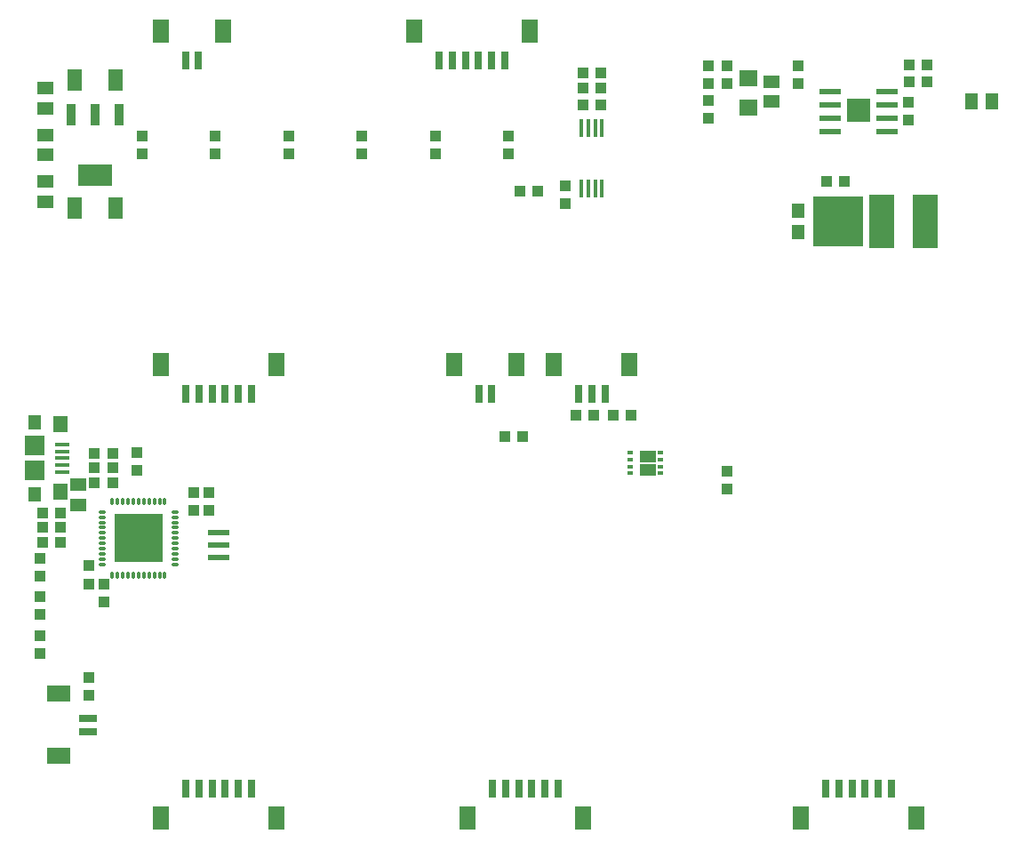
<source format=gbp>
G04 DipTrace 3.0.0.1*
G04 panel2.GBP*
%MOIN*%
G04 #@! TF.FileFunction,Paste,Bot*
G04 #@! TF.Part,Single*
%ADD72R,0.090351X0.090351*%
%ADD74R,0.09232X0.200587*%
%ADD80R,0.185627X0.188776*%
%ADD82R,0.0498X0.054918*%
%ADD84R,0.050981X0.058855*%
%ADD86R,0.070666X0.062792*%
%ADD88R,0.07854X0.023422*%
%ADD92R,0.127753X0.084446*%
%ADD94R,0.037202X0.084446*%
%ADD96R,0.015548X0.070666*%
%ADD104R,0.074603X0.074603*%
%ADD106R,0.050981X0.056887*%
%ADD108R,0.054918X0.062792*%
%ADD110R,0.05295X0.015548*%
%ADD112R,0.086414X0.062792*%
%ADD114R,0.070666X0.027359*%
%ADD116R,0.062792X0.086414*%
%ADD118R,0.027359X0.070666*%
%ADD124R,0.054918X0.082477*%
%ADD126R,0.058855X0.050981*%
%ADD128R,0.043107X0.03917*%
%ADD130R,0.03917X0.043107*%
%ADD132R,0.1798X0.1798*%
%ADD134O,0.033265X0.011611*%
%ADD136O,0.011611X0.033265*%
%FSLAX26Y26*%
G04*
G70*
G90*
G75*
G01*
G04 BotPaste*
%LPD*%
D136*
X745589Y1731810D3*
X765275D3*
X784960D3*
X804645D3*
X824330D3*
X844015D3*
X863700D3*
X883385D3*
X903070D3*
X922755D3*
X942440D3*
D134*
X981810Y1692440D3*
Y1672755D3*
Y1653070D3*
Y1633385D3*
Y1613700D3*
Y1594015D3*
Y1574330D3*
Y1554645D3*
Y1534960D3*
Y1515275D3*
Y1495589D3*
D136*
X942440Y1456219D3*
X922755D3*
X903070D3*
X883385D3*
X863700D3*
X844015D3*
X824330D3*
X804645D3*
X784960D3*
X765275D3*
X745589D3*
D134*
X706219Y1495589D3*
Y1515275D3*
Y1534960D3*
Y1554645D3*
Y1574330D3*
Y1594015D3*
Y1613700D3*
Y1633385D3*
Y1653070D3*
Y1672755D3*
Y1692440D3*
D132*
X844015Y1594015D3*
D130*
X837813Y1848206D3*
Y1915135D3*
X1050334Y1698192D3*
Y1765121D3*
D128*
X746263Y1800412D3*
X679334D3*
D130*
X1406689Y3035306D3*
Y3102235D3*
X856688Y3035306D3*
Y3102235D3*
X656544Y1490092D3*
Y1423163D3*
X1131689Y3035306D3*
Y3102235D3*
X3050546Y1846380D3*
Y1779450D3*
X1681689Y3035306D3*
Y3102235D3*
X2444189Y2914735D3*
Y2847806D3*
X1956689Y3035306D3*
Y3102235D3*
D126*
X494188Y3206369D3*
Y3281172D3*
Y2931172D3*
Y2856369D3*
D130*
X2231689Y3035306D3*
Y3102235D3*
D124*
X604919Y3312520D3*
X758457D3*
X604919Y2831271D3*
X758457D3*
D126*
X619038Y1794163D3*
Y1719360D3*
X494188Y3106172D3*
Y3031369D3*
D118*
X1019582Y3383534D3*
X1068794D3*
D116*
X1161314Y3493771D3*
X927062D3*
D118*
X1971158Y3383534D3*
X2020370D3*
D116*
X2309740Y3493771D3*
X1878638D3*
D118*
X2069583Y3383534D3*
X2118796D3*
X2168008D3*
X2217221D3*
X1267049Y654254D3*
X1217836D3*
D116*
X928466Y544017D3*
X1359568D3*
D118*
X1168624Y654254D3*
X1119411D3*
X1070198D3*
X1020986D3*
X3667047D3*
X3617835D3*
D116*
X3328465Y544017D3*
X3759567D3*
D118*
X3568622Y654254D3*
X3519410D3*
X3470197D3*
X3420985D3*
X2417047D3*
X2367835D3*
D116*
X2078465Y544017D3*
X2509567D3*
D118*
X2318622Y654254D3*
X2269410D3*
X2220197D3*
X2170985D3*
X1020986Y2133780D3*
X1070198D3*
D116*
X1359568Y2244016D3*
X928466D3*
D118*
X1119411Y2133780D3*
X1168624D3*
X1217836D3*
X1267049D3*
D114*
X654251Y869411D3*
Y918624D3*
D112*
X544015Y1011143D3*
Y776891D3*
D118*
X2119410Y2133780D3*
X2168622D3*
D116*
X2261142Y2244016D3*
X2026890D3*
D118*
X2494803Y2133780D3*
X2544016D3*
D116*
X2685748Y2244016D3*
X2402284D3*
D118*
X2593229Y2133780D3*
D130*
X475273Y1160635D3*
Y1227565D3*
Y1450377D3*
Y1517306D3*
Y1306612D3*
Y1373541D3*
D110*
X558336Y1842834D3*
Y1868424D3*
Y1894015D3*
Y1919605D3*
Y1945196D3*
D108*
X549478Y1768030D3*
Y2019999D3*
D106*
X453021Y1759172D3*
Y2028857D3*
D104*
Y1846771D3*
Y1941259D3*
G36*
X2809375Y1855980D2*
X2791660D1*
Y1869355D1*
X2809375D1*
Y1855980D1*
G37*
G36*
Y1881563D2*
X2791660D1*
Y1894952D1*
X2809375D1*
Y1881563D1*
G37*
G36*
Y1907160D2*
X2791660D1*
Y1920535D1*
X2809375D1*
Y1907160D1*
G37*
G36*
Y1830382D2*
X2791660D1*
Y1843772D1*
X2809375D1*
Y1830382D1*
G37*
G36*
X2696374D2*
X2678659D1*
Y1843772D1*
X2696374D1*
Y1830382D1*
G37*
G36*
Y1855980D2*
X2678659D1*
Y1869355D1*
X2696374D1*
Y1855980D1*
G37*
G36*
Y1881563D2*
X2678659D1*
Y1894952D1*
X2696374D1*
Y1881563D1*
G37*
G36*
Y1907160D2*
X2678659D1*
Y1920535D1*
X2696374D1*
Y1907160D1*
G37*
G36*
X2725904Y1869953D2*
X2782795D1*
Y1829799D1*
X2725904D1*
Y1869953D1*
G37*
G36*
Y1919952D2*
X2782795D1*
Y1879797D1*
X2725904D1*
Y1919952D1*
G37*
D130*
X656515Y1071233D3*
Y1004303D3*
D128*
X2689982Y2056516D3*
X2623053D3*
X2485553D3*
X2552482D3*
D130*
X712798Y1354404D3*
Y1421334D3*
D128*
X485565Y1687901D3*
X552494D3*
X2283731Y1975265D3*
X2216802D3*
X485565Y1579428D3*
X552494D3*
D130*
X1106589Y1765121D3*
Y1698192D3*
D128*
X485565Y1633856D3*
X552494D3*
X2577654Y3218771D3*
X2510725D3*
Y3337520D3*
X2577654D3*
Y3281271D3*
X2510725D3*
X2273225Y2893772D3*
X2340154D3*
X746263Y1912925D3*
X679334D3*
X746263Y1856670D3*
X679334D3*
D96*
X2505803Y3132944D3*
X2531394D3*
X2556985D3*
X2582575D3*
Y2904597D3*
X2556985D3*
X2531394D3*
X2505803D3*
D94*
X591137Y3182944D3*
X681688D3*
X772239D3*
D92*
X681688Y2954597D3*
D88*
X1144017Y1616256D3*
Y1569012D3*
Y1521768D3*
D128*
X3489981Y2931516D3*
X3423051D3*
D86*
X3131516Y3207649D3*
Y3317885D3*
D126*
X3219016Y3231614D3*
Y3306418D3*
D84*
X4043918Y3231516D3*
X3969114D3*
D130*
X3731516Y3227481D3*
Y3160551D3*
D82*
X3316407Y2822461D3*
Y2740571D3*
D80*
X3466210Y2781516D3*
D74*
X3631074D3*
X3794460D3*
D130*
X2981516Y3364981D3*
Y3298051D3*
X3050267Y3364981D3*
Y3298051D3*
X2981516Y3233731D3*
Y3166802D3*
D128*
X3802481Y3306516D3*
X3735551D3*
Y3369016D3*
X3802481D3*
D130*
X3319016Y3364981D3*
Y3298051D3*
D88*
X3437717Y3119016D3*
Y3169016D3*
Y3219016D3*
Y3269016D3*
X3650315D3*
Y3219016D3*
Y3169016D3*
Y3119016D3*
D72*
X3544016Y3197953D3*
M02*

</source>
